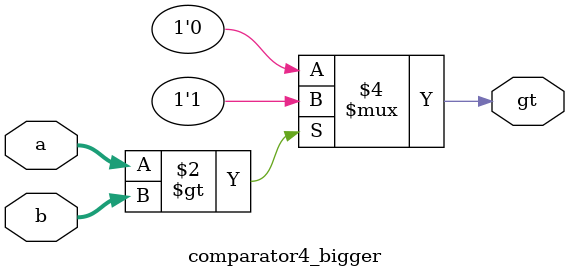
<source format=v>
module comparator4_bigger(
    input [3:0] a,
    input [3:0] b,
    output reg gt
);
    always @(*) begin
         if (a > b) begin
            gt = 1;
         end else begin
            gt = 0;
	 end
	 end
endmodule

</source>
